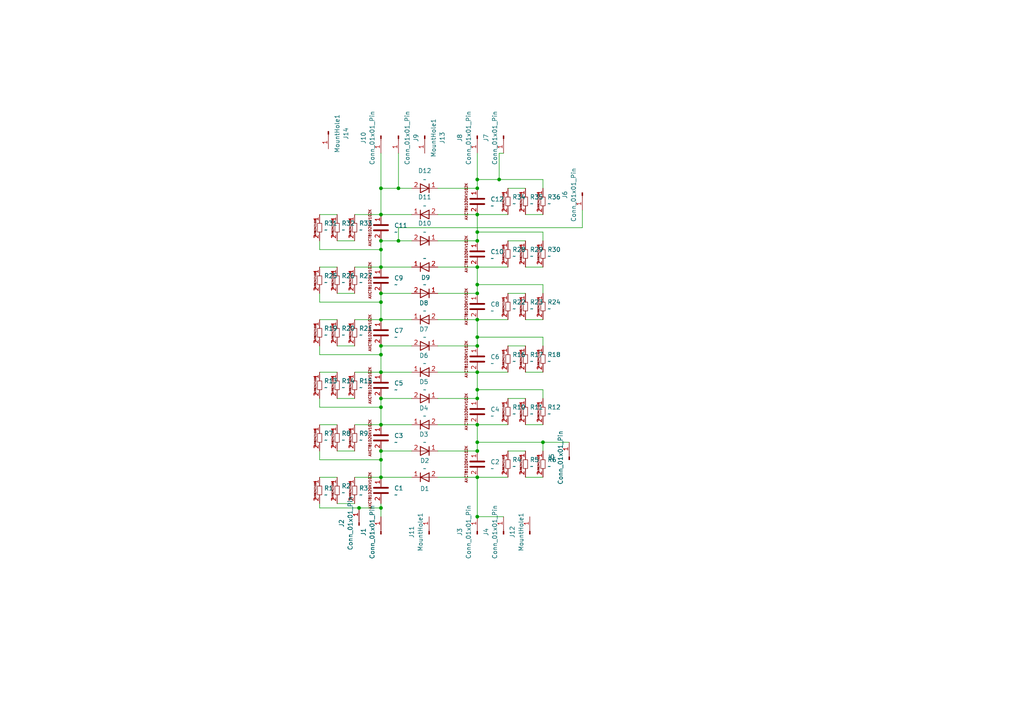
<source format=kicad_sch>
(kicad_sch (version 20231120) (generator "eeschema") (generator_version "8.0")
  (paper "A4")
  (lib_symbols
    (symbol "Connector:Conn_01x01_Pin" (pin_names (offset 1.016) hide)
      (property "Reference" "J" (at 0 2.54 0))
      (property "Value" "Conn_01x01_Pin" (at 0 -2.54 0))
      (symbol "Conn_01x01_Pin_1_1"
        (polyline (pts (xy 1.27 0) (xy 0.8636 0)) (stroke (width 0.1524)))
        (rectangle (start 0.8636 0.127) (end 0 -0.127) (stroke (width 0.1524)) (fill (type outline)))
        (pin passive line (at 5.08 0 180) (length 3.81) (name "Pin_1") (number "1"))
      )
    )
    (symbol "Custom:2CL2FR/JB289/MT100F35"
      (property "Reference" "D" (at 0 0 0))
      (symbol "2CL2FR/JB289/MT100F35_0_1"
        (polyline (pts (xy -1.27 1.27) (xy -1.27 -1.27)) (stroke (width 0.254)))
        (polyline (pts (xy 1.27 0) (xy -1.27 0)))
        (polyline (pts (xy 1.27 1.27) (xy 1.27 -1.27) (xy -1.27 0) (xy 1.27 1.27)) (stroke (width 0.254)))
      )
      (symbol "2CL2FR/JB289/MT100F35_1_1"
        (pin passive line (at -3.81 0 0) (length 2.54) (name "") (number "1"))
        (pin passive line (at 3.81 0 180) (length 2.54) (name "") (number "2"))
      )
    )
    (symbol "Custom:AXCT81D20KV102K"
      (property "Reference" "C" (at 0 0 0))
      (symbol "AXCT81D20KV102K_0_1"
        (polyline (pts (xy -2.032 -0.762) (xy 2.032 -0.762)) (stroke (width 0.508)))
        (polyline (pts (xy -2.032 0.762) (xy 2.032 0.762)) (stroke (width 0.508)))
      )
      (symbol "AXCT81D20KV102K_1_1"
        (text "AXCT81D20KV102K" (at -3.175 0 900) (effects (font (size 0.762 0.762))))
        (pin passive line (at 0 3.81 270) (length 2.794) (name "~") (number "1"))
        (pin passive line (at 0 -3.81 90) (length 2.794) (name "~") (number "2"))
      )
    )
    (symbol "Custom:HVR82MZ1005"
      (property "Reference" "R" (at 0 0 0))
      (symbol "HVR82MZ1005_0_1"
        (polyline (pts (xy 0 1.27) (xy -0.635 1.27) (xy -0.635 -1.27) (xy 0.635 -1.27) (xy 0.635 1.27) (xy 0 1.27)))
      )
      (symbol "HVR82MZ1005_1_1"
        (text "HVR82MZ1005" (at -1.27 0 900) (effects (font (size 0.508 0.508))))
        (pin passive line (at 0 3.81 270) (length 2.54) (name "") (number "1"))
        (pin passive line (at 0 -3.81 90) (length 2.54) (name "") (number "2"))
      )
    )
  )
  (junction (at 138.43 54.61))
  (junction (at 115.57 54.61))
  (junction (at 110.49 100.33))
  (junction (at 110.49 118.11))
  (junction (at 157.48 128.27))
  (junction (at 110.49 147.32))
  (junction (at 110.49 133.35))
  (junction (at 138.43 67.31))
  (junction (at 110.49 138.43))
  (junction (at 110.49 92.71))
  (junction (at 138.43 115.57))
  (junction (at 144.78 52.07))
  (junction (at 138.43 149.86))
  (junction (at 110.49 123.19))
  (junction (at 110.49 130.81))
  (junction (at 115.57 69.85))
  (junction (at 110.49 85.09))
  (junction (at 138.43 107.95))
  (junction (at 138.43 130.81))
  (junction (at 104.14 147.32))
  (junction (at 138.43 92.71))
  (junction (at 138.43 123.19))
  (junction (at 138.43 62.23))
  (junction (at 110.49 115.57))
  (junction (at 138.43 85.09))
  (junction (at 110.49 72.39))
  (junction (at 138.43 100.33))
  (junction (at 110.49 87.63))
  (junction (at 110.49 77.47))
  (junction (at 138.43 128.27))
  (junction (at 138.43 97.79))
  (junction (at 110.49 69.85))
  (junction (at 110.49 54.61))
  (junction (at 138.43 52.07))
  (junction (at 110.49 107.95))
  (junction (at 138.43 138.43))
  (junction (at 138.43 69.85))
  (junction (at 110.49 102.87))
  (junction (at 110.49 62.23))
  (junction (at 138.43 113.03))
  (junction (at 138.43 77.47))
  (junction (at 138.43 82.55))
  (wire (pts (xy 110.49 107.95) (xy 119.38 107.95)))
  (wire (pts (xy 115.57 54.61) (xy 119.38 54.61)))
  (wire (pts (xy 138.43 123.19) (xy 138.43 128.27)))
  (wire (pts (xy 138.43 97.79) (xy 138.43 100.33)))
  (wire (pts (xy 127 100.33) (xy 138.43 100.33)))
  (wire (pts (xy 157.48 85.09) (xy 157.48 82.55)))
  (wire (pts (xy 138.43 52.07) (xy 138.43 54.61)))
  (wire (pts (xy 92.71 138.43) (xy 97.79 138.43)))
  (wire (pts (xy 138.43 92.71) (xy 138.43 97.79)))
  (wire (pts (xy 168.91 66.04) (xy 168.91 60.96)))
  (wire (pts (xy 157.48 54.61) (xy 157.48 52.07)))
  (wire (pts (xy 110.49 72.39) (xy 110.49 77.47)))
  (wire (pts (xy 168.91 66.04) (xy 115.57 66.04)))
  (wire (pts (xy 152.4 62.23) (xy 157.48 62.23)))
  (wire (pts (xy 110.49 115.57) (xy 110.49 118.11)))
  (wire (pts (xy 92.71 72.39) (xy 110.49 72.39)))
  (wire (pts (xy 152.4 123.19) (xy 157.48 123.19)))
  (wire (pts (xy 92.71 87.63) (xy 110.49 87.63)))
  (wire (pts (xy 119.38 115.57) (xy 110.49 115.57)))
  (wire (pts (xy 110.49 102.87) (xy 110.49 107.95)))
  (wire (pts (xy 92.71 118.11) (xy 110.49 118.11)))
  (wire (pts (xy 127 54.61) (xy 138.43 54.61)))
  (wire (pts (xy 110.49 118.11) (xy 110.49 123.19)))
  (wire (pts (xy 119.38 85.09) (xy 110.49 85.09)))
  (wire (pts (xy 102.87 62.23) (xy 110.49 62.23)))
  (wire (pts (xy 110.49 149.86) (xy 110.49 147.32)))
  (wire (pts (xy 92.71 69.85) (xy 92.71 72.39)))
  (wire (pts (xy 144.78 44.45) (xy 146.05 44.45)))
  (wire (pts (xy 110.49 77.47) (xy 119.38 77.47)))
  (wire (pts (xy 102.87 77.47) (xy 110.49 77.47)))
  (wire (pts (xy 127 92.71) (xy 138.43 92.71)))
  (wire (pts (xy 92.71 115.57) (xy 92.71 118.11)))
  (wire (pts (xy 127 130.81) (xy 138.43 130.81)))
  (wire (pts (xy 152.4 77.47) (xy 157.48 77.47)))
  (wire (pts (xy 102.87 123.19) (xy 110.49 123.19)))
  (wire (pts (xy 138.43 123.19) (xy 147.32 123.19)))
  (wire (pts (xy 127 115.57) (xy 138.43 115.57)))
  (wire (pts (xy 110.49 85.09) (xy 110.49 87.63)))
  (wire (pts (xy 147.32 130.81) (xy 152.4 130.81)))
  (wire (pts (xy 110.49 69.85) (xy 110.49 72.39)))
  (wire (pts (xy 97.79 100.33) (xy 102.87 100.33)))
  (wire (pts (xy 157.48 69.85) (xy 157.48 67.31)))
  (wire (pts (xy 152.4 138.43) (xy 157.48 138.43)))
  (wire (pts (xy 157.48 100.33) (xy 157.48 97.79)))
  (wire (pts (xy 147.32 115.57) (xy 152.4 115.57)))
  (wire (pts (xy 138.43 92.71) (xy 147.32 92.71)))
  (wire (pts (xy 147.32 85.09) (xy 152.4 85.09)))
  (wire (pts (xy 110.49 100.33) (xy 110.49 102.87)))
  (wire (pts (xy 138.43 67.31) (xy 138.43 69.85)))
  (wire (pts (xy 92.71 85.09) (xy 92.71 87.63)))
  (wire (pts (xy 115.57 44.45) (xy 115.57 54.61)))
  (wire (pts (xy 138.43 62.23) (xy 138.43 67.31)))
  (wire (pts (xy 97.79 130.81) (xy 102.87 130.81)))
  (wire (pts (xy 92.71 123.19) (xy 97.79 123.19)))
  (wire (pts (xy 138.43 128.27) (xy 157.48 128.27)))
  (wire (pts (xy 138.43 128.27) (xy 138.43 130.81)))
  (wire (pts (xy 127 69.85) (xy 138.43 69.85)))
  (wire (pts (xy 110.49 87.63) (xy 110.49 92.71)))
  (wire (pts (xy 138.43 107.95) (xy 138.43 113.03)))
  (wire (pts (xy 110.49 44.45) (xy 110.49 54.61)))
  (wire (pts (xy 92.71 100.33) (xy 92.71 102.87)))
  (wire (pts (xy 110.49 100.33) (xy 119.38 100.33)))
  (wire (pts (xy 138.43 138.43) (xy 147.32 138.43)))
  (wire (pts (xy 97.79 146.05) (xy 102.87 146.05)))
  (wire (pts (xy 127 62.23) (xy 138.43 62.23)))
  (wire (pts (xy 138.43 67.31) (xy 157.48 67.31)))
  (wire (pts (xy 127 138.43) (xy 138.43 138.43)))
  (wire (pts (xy 92.71 77.47) (xy 97.79 77.47)))
  (wire (pts (xy 127 107.95) (xy 138.43 107.95)))
  (wire (pts (xy 138.43 77.47) (xy 138.43 82.55)))
  (wire (pts (xy 138.43 82.55) (xy 138.43 85.09)))
  (wire (pts (xy 157.48 115.57) (xy 157.48 113.03)))
  (wire (pts (xy 110.49 123.19) (xy 119.38 123.19)))
  (wire (pts (xy 147.32 100.33) (xy 152.4 100.33)))
  (wire (pts (xy 138.43 107.95) (xy 147.32 107.95)))
  (wire (pts (xy 92.71 130.81) (xy 92.71 133.35)))
  (wire (pts (xy 92.71 102.87) (xy 110.49 102.87)))
  (wire (pts (xy 115.57 66.04) (xy 115.57 69.85)))
  (wire (pts (xy 138.43 97.79) (xy 157.48 97.79)))
  (wire (pts (xy 138.43 149.86) (xy 146.05 149.86)))
  (wire (pts (xy 110.49 133.35) (xy 110.49 138.43)))
  (wire (pts (xy 110.49 147.32) (xy 110.49 146.05)))
  (wire (pts (xy 92.71 146.05) (xy 92.71 147.32)))
  (wire (pts (xy 152.4 92.71) (xy 157.48 92.71)))
  (wire (pts (xy 138.43 113.03) (xy 157.48 113.03)))
  (wire (pts (xy 138.43 52.07) (xy 144.78 52.07)))
  (wire (pts (xy 138.43 113.03) (xy 138.43 115.57)))
  (wire (pts (xy 104.14 147.32) (xy 110.49 147.32)))
  (wire (pts (xy 92.71 107.95) (xy 97.79 107.95)))
  (wire (pts (xy 102.87 92.71) (xy 110.49 92.71)))
  (wire (pts (xy 102.87 138.43) (xy 110.49 138.43)))
  (wire (pts (xy 119.38 130.81) (xy 110.49 130.81)))
  (wire (pts (xy 127 85.09) (xy 138.43 85.09)))
  (wire (pts (xy 97.79 69.85) (xy 102.87 69.85)))
  (wire (pts (xy 92.71 133.35) (xy 110.49 133.35)))
  (wire (pts (xy 144.78 52.07) (xy 157.48 52.07)))
  (wire (pts (xy 138.43 82.55) (xy 157.48 82.55)))
  (wire (pts (xy 147.32 69.85) (xy 152.4 69.85)))
  (wire (pts (xy 138.43 44.45) (xy 138.43 52.07)))
  (wire (pts (xy 157.48 128.27) (xy 165.1 128.27)))
  (wire (pts (xy 110.49 62.23) (xy 119.38 62.23)))
  (wire (pts (xy 92.71 62.23) (xy 97.79 62.23)))
  (wire (pts (xy 127 123.19) (xy 138.43 123.19)))
  (wire (pts (xy 92.71 147.32) (xy 104.14 147.32)))
  (wire (pts (xy 110.49 138.43) (xy 119.38 138.43)))
  (wire (pts (xy 138.43 62.23) (xy 147.32 62.23)))
  (wire (pts (xy 147.32 54.61) (xy 152.4 54.61)))
  (wire (pts (xy 152.4 107.95) (xy 157.48 107.95)))
  (wire (pts (xy 110.49 54.61) (xy 115.57 54.61)))
  (wire (pts (xy 138.43 77.47) (xy 147.32 77.47)))
  (wire (pts (xy 102.87 107.95) (xy 110.49 107.95)))
  (wire (pts (xy 144.78 44.45) (xy 144.78 52.07)))
  (wire (pts (xy 138.43 138.43) (xy 138.43 149.86)))
  (wire (pts (xy 119.38 69.85) (xy 115.57 69.85)))
  (wire (pts (xy 127 77.47) (xy 138.43 77.47)))
  (wire (pts (xy 97.79 115.57) (xy 102.87 115.57)))
  (wire (pts (xy 157.48 130.81) (xy 157.48 128.27)))
  (wire (pts (xy 115.57 69.85) (xy 110.49 69.85)))
  (wire (pts (xy 110.49 62.23) (xy 110.49 54.61)))
  (wire (pts (xy 110.49 130.81) (xy 110.49 133.35)))
  (wire (pts (xy 110.49 92.71) (xy 119.38 92.71)))
  (wire (pts (xy 92.71 92.71) (xy 97.79 92.71)))
  (wire (pts (xy 97.79 85.09) (xy 102.87 85.09)))
  (symbol (lib_id "Custom:HVR82MZ1005") (at 92.71 127 0) (unit 1)
    (property "Reference" "R7" (at 93.98 125.7299 0) (effects (justify left)))
    (property "Value" "~" (at 93.98 127.635 0) (effects (justify left)))
    (property "Footprint" "Custom:HVR82MZ1005" (effects (hide yes)))
  )
  (symbol (lib_id "Custom:HVR82MZ1005") (at 97.79 111.76 0) (unit 1)
    (property "Reference" "R14" (at 99.06 110.4899 0) (effects (justify left)))
    (property "Value" "~" (at 99.06 112.395 0) (effects (justify left)))
    (property "Footprint" "Custom:HVR82MZ1005" (effects (hide yes)))
  )
  (symbol (lib_id "Connector:Conn_01x01_Pin") (at 95.25 38.1 270) (unit 1)
    (property "Reference" "J14" (at 100.33 38.735 0))
    (property "Value" "MountHole1" (at 97.79 38.735 0))
    (property "Footprint" "Custom:M3Hole" (effects (hide yes)))
    (property "Description" "Generic connector, single row, 01x01, script generated" (effects (hide yes)))
  )
  (symbol (lib_id "Custom:HVR82MZ1005") (at 152.4 73.66 0) (unit 1)
    (property "Reference" "R29" (at 153.67 72.3899 0) (effects (justify left)))
    (property "Value" "~" (at 153.67 74.295 0) (effects (justify left)))
    (property "Footprint" "Custom:HVR82MZ1005" (effects (hide yes)))
  )
  (symbol (lib_id "Custom:HVR82MZ1005") (at 157.48 58.42 0) (unit 1)
    (property "Reference" "R36" (at 158.75 57.1499 0) (effects (justify left)))
    (property "Value" "~" (at 158.75 59.055 0) (effects (justify left)))
    (property "Footprint" "Custom:HVR82MZ1005" (effects (hide yes)))
  )
  (symbol (lib_id "Connector:Conn_01x01_Pin") (at 153.67 154.94 90) (unit 1)
    (property "Reference" "J12" (at 148.59 154.305 0))
    (property "Value" "MountHole1" (at 151.13 154.305 0))
    (property "Footprint" "Custom:M3Hole" (effects (hide yes)))
    (property "Description" "Generic connector, single row, 01x01, script generated" (effects (hide yes)))
  )
  (symbol (lib_id "Custom:HVR82MZ1005") (at 102.87 66.04 0) (unit 1)
    (property "Reference" "R33" (at 104.14 64.7699 0) (effects (justify left)))
    (property "Value" "~" (at 104.14 66.675 0) (effects (justify left)))
    (property "Footprint" "Custom:HVR82MZ1005" (effects (hide yes)))
  )
  (symbol (lib_id "Connector:Conn_01x01_Pin") (at 123.19 39.37 270) (unit 1)
    (property "Reference" "J13" (at 128.27 40.005 0))
    (property "Value" "MountHole1" (at 125.73 40.005 0))
    (property "Footprint" "Custom:M3Hole" (effects (hide yes)))
    (property "Description" "Generic connector, single row, 01x01, script generated" (effects (hide yes)))
  )
  (symbol (lib_id "Custom:HVR82MZ1005") (at 102.87 111.76 0) (unit 1)
    (property "Reference" "R15" (at 104.14 110.4899 0) (effects (justify left)))
    (property "Value" "~" (at 104.14 112.395 0) (effects (justify left)))
    (property "Footprint" "Custom:HVR82MZ1005" (effects (hide yes)))
  )
  (symbol (lib_id "Custom:AXCT81D20KV102K") (at 138.43 88.9 0) (unit 1)
    (property "Reference" "C8" (at 142.24 88.2649 0) (effects (justify left)))
    (property "Value" "~" (at 142.24 90.17 0) (effects (justify left)))
    (property "Footprint" "Custom:AXCT81D20KV102K" (effects (hide yes)))
  )
  (symbol (lib_id "Custom:HVR82MZ1005") (at 157.48 88.9 0) (unit 1)
    (property "Reference" "R24" (at 158.75 87.6299 0) (effects (justify left)))
    (property "Value" "~" (at 158.75 89.535 0) (effects (justify left)))
    (property "Footprint" "Custom:HVR82MZ1005" (effects (hide yes)))
  )
  (symbol (lib_id "Custom:HVR82MZ1005") (at 102.87 127 0) (unit 1)
    (property "Reference" "R9" (at 104.14 125.7299 0) (effects (justify left)))
    (property "Value" "~" (at 104.14 127.635 0) (effects (justify left)))
    (property "Footprint" "Custom:HVR82MZ1005" (effects (hide yes)))
  )
  (symbol (lib_id "Custom:AXCT81D20KV102K") (at 138.43 104.14 0) (unit 1)
    (property "Reference" "C6" (at 142.24 103.5049 0) (effects (justify left)))
    (property "Value" "~" (at 142.24 105.41 0) (effects (justify left)))
    (property "Footprint" "Custom:AXCT81D20KV102K" (effects (hide yes)))
  )
  (symbol (lib_id "Custom:2CL2FR/JB289/MT100F35") (at 123.19 115.57 0) (mirror y) (unit 1)
    (property "Reference" "D4" (at 122.936 118.364 0))
    (property "Value" "~" (at 123.19 113.03 0))
    (property "Footprint" "Custom:2CL2FR_JB289_MT100F35" (effects (hide yes)))
  )
  (symbol (lib_id "Custom:HVR82MZ1005") (at 102.87 81.28 0) (unit 1)
    (property "Reference" "R27" (at 104.14 80.0099 0) (effects (justify left)))
    (property "Value" "~" (at 104.14 81.915 0) (effects (justify left)))
    (property "Footprint" "Custom:HVR82MZ1005" (effects (hide yes)))
  )
  (symbol (lib_id "Custom:HVR82MZ1005") (at 152.4 88.9 0) (unit 1)
    (property "Reference" "R23" (at 153.67 87.6299 0) (effects (justify left)))
    (property "Value" "~" (at 153.67 89.535 0) (effects (justify left)))
    (property "Footprint" "Custom:HVR82MZ1005" (effects (hide yes)))
  )
  (symbol (lib_id "Custom:HVR82MZ1005") (at 147.32 119.38 0) (unit 1)
    (property "Reference" "R10" (at 148.59 118.1099 0) (effects (justify left)))
    (property "Value" "~" (at 148.59 120.015 0) (effects (justify left)))
    (property "Footprint" "Custom:HVR82MZ1005" (effects (hide yes)))
  )
  (symbol (lib_id "Custom:HVR82MZ1005") (at 147.32 88.9 0) (unit 1)
    (property "Reference" "R22" (at 148.59 87.6299 0) (effects (justify left)))
    (property "Value" "~" (at 148.59 89.535 0) (effects (justify left)))
    (property "Footprint" "Custom:HVR82MZ1005" (effects (hide yes)))
  )
  (symbol (lib_id "Custom:2CL2FR/JB289/MT100F35") (at 123.19 100.33 0) (mirror y) (unit 1)
    (property "Reference" "D6" (at 122.936 103.124 0))
    (property "Value" "~" (at 123.19 97.79 0))
    (property "Footprint" "Custom:2CL2FR_JB289_MT100F35" (effects (hide yes)))
  )
  (symbol (lib_id "Custom:HVR82MZ1005") (at 92.71 81.28 0) (unit 1)
    (property "Reference" "R25" (at 93.98 80.0099 0) (effects (justify left)))
    (property "Value" "~" (at 93.98 81.915 0) (effects (justify left)))
    (property "Footprint" "Custom:HVR82MZ1005" (effects (hide yes)))
  )
  (symbol (lib_id "Custom:HVR82MZ1005") (at 97.79 66.04 0) (unit 1)
    (property "Reference" "R32" (at 99.06 64.7699 0) (effects (justify left)))
    (property "Value" "~" (at 99.06 66.675 0) (effects (justify left)))
    (property "Footprint" "Custom:HVR82MZ1005" (effects (hide yes)))
  )
  (symbol (lib_id "Connector:Conn_01x01_Pin") (at 165.1 133.35 90) (unit 1)
    (property "Reference" "J5" (at 160.02 132.715 0))
    (property "Value" "Conn_01x01_Pin" (at 162.56 132.715 0))
    (property "Footprint" "Custom:VersatilePad" (effects (hide yes)))
    (property "Description" "Generic connector, single row, 01x01, script generated" (effects (hide yes)))
  )
  (symbol (lib_id "Connector:Conn_01x01_Pin") (at 168.91 55.88 90) (mirror x) (unit 1)
    (property "Reference" "J6" (at 163.83 56.515 0))
    (property "Value" "Conn_01x01_Pin" (at 166.37 56.515 0))
    (property "Footprint" "Custom:VersatilePad" (effects (hide yes)))
    (property "Description" "Generic connector, single row, 01x01, script generated" (effects (hide yes)))
  )
  (symbol (lib_id "Custom:HVR82MZ1005") (at 152.4 104.14 0) (unit 1)
    (property "Reference" "R17" (at 153.67 102.8699 0) (effects (justify left)))
    (property "Value" "~" (at 153.67 104.775 0) (effects (justify left)))
    (property "Footprint" "Custom:HVR82MZ1005" (effects (hide yes)))
  )
  (symbol (lib_id "Custom:HVR82MZ1005") (at 152.4 134.62 0) (unit 1)
    (property "Reference" "R5" (at 153.67 133.3499 0) (effects (justify left)))
    (property "Value" "~" (at 153.67 135.255 0) (effects (justify left)))
    (property "Footprint" "Custom:HVR82MZ1005" (effects (hide yes)))
  )
  (symbol (lib_id "Custom:2CL2FR/JB289/MT100F35") (at 123.19 62.23 0) (unit 1)
    (property "Reference" "D11" (at 123.19 57.15 0))
    (property "Value" "~" (at 123.19 59.69 0))
    (property "Footprint" "Custom:2CL2FR_JB289_MT100F35" (effects (hide yes)))
  )
  (symbol (lib_id "Custom:AXCT81D20KV102K") (at 110.49 127 0) (unit 1)
    (property "Reference" "C3" (at 114.3 126.3649 0) (effects (justify left)))
    (property "Value" "~" (at 114.3 128.27 0) (effects (justify left)))
    (property "Footprint" "Custom:AXCT81D20KV102K" (effects (hide yes)))
  )
  (symbol (lib_id "Custom:HVR82MZ1005") (at 147.32 134.62 0) (unit 1)
    (property "Reference" "R4" (at 148.59 133.3499 0) (effects (justify left)))
    (property "Value" "~" (at 148.59 135.255 0) (effects (justify left)))
    (property "Footprint" "Custom:HVR82MZ1005" (effects (hide yes)))
  )
  (symbol (lib_id "Custom:AXCT81D20KV102K") (at 138.43 134.62 0) (unit 1)
    (property "Reference" "C2" (at 142.24 133.9849 0) (effects (justify left)))
    (property "Value" "~" (at 142.24 135.89 0) (effects (justify left)))
    (property "Footprint" "Custom:AXCT81D20KV102K" (effects (hide yes)))
  )
  (symbol (lib_id "Custom:HVR82MZ1005") (at 92.71 142.24 0) (unit 1)
    (property "Reference" "R1" (at 93.98 141.6049 0) (effects (justify left)))
    (property "Value" "~" (at 93.98 143.51 0) (effects (justify left)))
    (property "Footprint" "Custom:HVR82MZ1005" (effects (hide yes)))
  )
  (symbol (lib_id "Custom:2CL2FR/JB289/MT100F35") (at 123.19 138.43 0) (unit 1)
    (property "Reference" "D1" (at 123.19 141.732 0))
    (property "Value" "~" (at 123.19 135.89 0))
    (property "Footprint" "Custom:2CL2FR_JB289_MT100F35" (effects (hide yes)))
  )
  (symbol (lib_id "Custom:HVR82MZ1005") (at 147.32 73.66 0) (unit 1)
    (property "Reference" "R28" (at 148.59 72.3899 0) (effects (justify left)))
    (property "Value" "~" (at 148.59 74.295 0) (effects (justify left)))
    (property "Footprint" "Custom:HVR82MZ1005" (effects (hide yes)))
  )
  (symbol (lib_id "Connector:Conn_01x01_Pin") (at 104.14 152.4 90) (unit 1)
    (property "Reference" "J2" (at 99.06 151.765 0))
    (property "Value" "Conn_01x01_Pin" (at 101.6 151.765 0))
    (property "Footprint" "Custom:VersatilePad" (effects (hide yes)))
    (property "Description" "Generic connector, single row, 01x01, script generated" (effects (hide yes)))
  )
  (symbol (lib_id "Custom:HVR82MZ1005") (at 152.4 119.38 0) (unit 1)
    (property "Reference" "R11" (at 153.67 118.1099 0) (effects (justify left)))
    (property "Value" "~" (at 153.67 120.015 0) (effects (justify left)))
    (property "Footprint" "Custom:HVR82MZ1005" (effects (hide yes)))
  )
  (symbol (lib_id "Custom:AXCT81D20KV102K") (at 110.49 111.76 0) (unit 1)
    (property "Reference" "C5" (at 114.3 111.1249 0) (effects (justify left)))
    (property "Value" "~" (at 114.3 113.03 0) (effects (justify left)))
    (property "Footprint" "Custom:AXCT81D20KV102K" (effects (hide yes)))
  )
  (symbol (lib_id "Custom:2CL2FR/JB289/MT100F35") (at 123.19 123.19 0) (unit 1)
    (property "Reference" "D3" (at 122.936 125.984 0))
    (property "Value" "~" (at 123.19 120.65 0))
    (property "Footprint" "Custom:2CL2FR_JB289_MT100F35" (effects (hide yes)))
  )
  (symbol (lib_id "Custom:HVR82MZ1005") (at 157.48 104.14 0) (unit 1)
    (property "Reference" "R18" (at 158.75 102.8699 0) (effects (justify left)))
    (property "Value" "~" (at 158.75 104.775 0) (effects (justify left)))
    (property "Footprint" "Custom:HVR82MZ1005" (effects (hide yes)))
  )
  (symbol (lib_id "Custom:HVR82MZ1005") (at 157.48 119.38 0) (unit 1)
    (property "Reference" "R12" (at 158.75 118.1099 0) (effects (justify left)))
    (property "Value" "~" (at 158.75 120.015 0) (effects (justify left)))
    (property "Footprint" "Custom:HVR82MZ1005" (effects (hide yes)))
  )
  (symbol (lib_id "Custom:AXCT81D20KV102K") (at 138.43 119.38 0) (unit 1)
    (property "Reference" "C4" (at 142.24 118.7449 0) (effects (justify left)))
    (property "Value" "~" (at 142.24 120.65 0) (effects (justify left)))
    (property "Footprint" "Custom:AXCT81D20KV102K" (effects (hide yes)))
  )
  (symbol (lib_id "Connector:Conn_01x01_Pin") (at 115.57 39.37 270) (unit 1)
    (property "Reference" "J9" (at 120.65 40.005 0))
    (property "Value" "Conn_01x01_Pin" (at 118.11 40.005 0))
    (property "Footprint" "Custom:VersatilePad" (effects (hide yes)))
    (property "Description" "Generic connector, single row, 01x01, script generated" (effects (hide yes)))
  )
  (symbol (lib_id "Custom:AXCT81D20KV102K") (at 110.49 142.24 0) (unit 1)
    (property "Reference" "C1" (at 114.3 141.6049 0) (effects (justify left)))
    (property "Value" "~" (at 114.3 143.51 0) (effects (justify left)))
    (property "Footprint" "Custom:AXCT81D20KV102K" (effects (hide yes)))
  )
  (symbol (lib_id "Custom:AXCT81D20KV102K") (at 110.49 81.28 0) (unit 1)
    (property "Reference" "C9" (at 114.3 80.6449 0) (effects (justify left)))
    (property "Value" "~" (at 114.3 82.55 0) (effects (justify left)))
    (property "Footprint" "Custom:AXCT81D20KV102K" (effects (hide yes)))
  )
  (symbol (lib_id "Connector:Conn_01x01_Pin") (at 110.49 39.37 90) (mirror x) (unit 1)
    (property "Reference" "J10" (at 105.41 40.005 0))
    (property "Value" "Conn_01x01_Pin" (at 107.95 40.005 0))
    (property "Footprint" "Custom:VersatilePad" (effects (hide yes)))
    (property "Description" "Generic connector, single row, 01x01, script generated" (effects (hide yes)))
  )
  (symbol (lib_id "Custom:HVR82MZ1005") (at 92.71 96.52 0) (unit 1)
    (property "Reference" "R19" (at 93.98 95.2499 0) (effects (justify left)))
    (property "Value" "~" (at 93.98 97.155 0) (effects (justify left)))
    (property "Footprint" "Custom:HVR82MZ1005" (effects (hide yes)))
  )
  (symbol (lib_id "Custom:2CL2FR/JB289/MT100F35") (at 123.19 92.71 0) (unit 1)
    (property "Reference" "D7" (at 122.936 95.504 0))
    (property "Value" "~" (at 123.19 90.17 0))
    (property "Footprint" "Custom:2CL2FR_JB289_MT100F35" (effects (hide yes)))
  )
  (symbol (lib_id "Custom:HVR82MZ1005") (at 157.48 134.62 0) (unit 1)
    (property "Reference" "R6" (at 158.75 133.3499 0) (effects (justify left)))
    (property "Value" "~" (at 158.75 135.255 0) (effects (justify left)))
    (property "Footprint" "Custom:HVR82MZ1005" (effects (hide yes)))
  )
  (symbol (lib_id "Custom:2CL2FR/JB289/MT100F35") (at 123.19 130.81 0) (mirror y) (unit 1)
    (property "Reference" "D2" (at 123.19 133.604 0))
    (property "Value" "~" (at 123.19 128.27 0))
    (property "Footprint" "Custom:2CL2FR_JB289_MT100F35" (effects (hide yes)))
  )
  (symbol (lib_id "Custom:HVR82MZ1005") (at 92.71 66.04 0) (unit 1)
    (property "Reference" "R31" (at 93.98 64.7699 0) (effects (justify left)))
    (property "Value" "~" (at 93.98 66.675 0) (effects (justify left)))
    (property "Footprint" "Custom:HVR82MZ1005" (effects (hide yes)))
  )
  (symbol (lib_id "Custom:2CL2FR/JB289/MT100F35") (at 123.19 77.47 0) (unit 1)
    (property "Reference" "D9" (at 123.444 80.518 0))
    (property "Value" "~" (at 123.19 74.93 0))
    (property "Footprint" "Custom:2CL2FR_JB289_MT100F35" (effects (hide yes)))
  )
  (symbol (lib_id "Custom:HVR82MZ1005") (at 97.79 81.28 0) (unit 1)
    (property "Reference" "R26" (at 99.06 80.0099 0) (effects (justify left)))
    (property "Value" "~" (at 99.06 81.915 0) (effects (justify left)))
    (property "Footprint" "Custom:HVR82MZ1005" (effects (hide yes)))
  )
  (symbol (lib_id "Custom:HVR82MZ1005") (at 97.79 142.24 0) (unit 1)
    (property "Reference" "R2" (at 99.06 140.9699 0) (effects (justify left)))
    (property "Value" "~" (at 99.06 142.875 0) (effects (justify left)))
    (property "Footprint" "Custom:HVR82MZ1005" (effects (hide yes)))
  )
  (symbol (lib_id "Custom:HVR82MZ1005") (at 97.79 127 0) (unit 1)
    (property "Reference" "R8" (at 99.06 125.7299 0) (effects (justify left)))
    (property "Value" "~" (at 99.06 127.635 0) (effects (justify left)))
    (property "Footprint" "Custom:HVR82MZ1005" (effects (hide yes)))
  )
  (symbol (lib_id "Connector:Conn_01x01_Pin") (at 138.43 154.94 90) (unit 1)
    (property "Reference" "J3" (at 133.35 154.305 0))
    (property "Value" "Conn_01x01_Pin" (at 135.89 154.305 0))
    (property "Footprint" "Custom:VersatilePad" (effects (hide yes)))
    (property "Description" "Generic connector, single row, 01x01, script generated" (effects (hide yes)))
  )
  (symbol (lib_id "Custom:HVR82MZ1005") (at 102.87 142.24 0) (unit 1)
    (property "Reference" "R3" (at 104.14 141.6049 0) (effects (justify left)))
    (property "Value" "~" (at 104.14 143.51 0) (effects (justify left)))
    (property "Footprint" "Custom:HVR82MZ1005" (effects (hide yes)))
  )
  (symbol (lib_id "Custom:2CL2FR/JB289/MT100F35") (at 123.19 107.95 0) (unit 1)
    (property "Reference" "D5" (at 122.936 110.744 0))
    (property "Value" "~" (at 123.19 105.41 0))
    (property "Footprint" "Custom:2CL2FR_JB289_MT100F35" (effects (hide yes)))
  )
  (symbol (lib_id "Custom:AXCT81D20KV102K") (at 138.43 58.42 0) (unit 1)
    (property "Reference" "C12" (at 142.24 57.7849 0) (effects (justify left)))
    (property "Value" "~" (at 142.24 59.69 0) (effects (justify left)))
    (property "Footprint" "Custom:AXCT81D20KV102K" (effects (hide yes)))
  )
  (symbol (lib_id "Connector:Conn_01x01_Pin") (at 138.43 39.37 90) (mirror x) (unit 1)
    (property "Reference" "J8" (at 133.35 40.005 0))
    (property "Value" "Conn_01x01_Pin" (at 135.89 40.005 0))
    (property "Footprint" "Custom:VersatilePad" (effects (hide yes)))
    (property "Description" "Generic connector, single row, 01x01, script generated" (effects (hide yes)))
  )
  (symbol (lib_id "Custom:HVR82MZ1005") (at 147.32 58.42 0) (unit 1)
    (property "Reference" "R34" (at 148.59 57.1499 0) (effects (justify left)))
    (property "Value" "~" (at 148.59 59.055 0) (effects (justify left)))
    (property "Footprint" "Custom:HVR82MZ1005" (effects (hide yes)))
  )
  (symbol (lib_id "Custom:AXCT81D20KV102K") (at 138.43 73.66 0) (unit 1)
    (property "Reference" "C10" (at 142.24 73.0249 0) (effects (justify left)))
    (property "Value" "~" (at 142.24 74.93 0) (effects (justify left)))
    (property "Footprint" "Custom:AXCT81D20KV102K" (effects (hide yes)))
  )
  (symbol (lib_id "Connector:Conn_01x01_Pin") (at 146.05 154.94 90) (unit 1)
    (property "Reference" "J4" (at 140.97 154.305 0))
    (property "Value" "Conn_01x01_Pin" (at 143.51 154.305 0))
    (property "Footprint" "Custom:VersatilePad" (effects (hide yes)))
    (property "Description" "Generic connector, single row, 01x01, script generated" (effects (hide yes)))
  )
  (symbol (lib_id "Custom:2CL2FR/JB289/MT100F35") (at 123.19 85.09 0) (mirror y) (unit 1)
    (property "Reference" "D8" (at 122.936 87.884 0))
    (property "Value" "~" (at 123.19 82.55 0))
    (property "Footprint" "Custom:2CL2FR_JB289_MT100F35" (effects (hide yes)))
  )
  (symbol (lib_id "Connector:Conn_01x01_Pin") (at 124.46 154.94 90) (unit 1)
    (property "Reference" "J11" (at 119.38 154.305 0))
    (property "Value" "MountHole1" (at 121.92 154.305 0))
    (property "Footprint" "Custom:M3Hole" (effects (hide yes)))
    (property "Description" "Generic connector, single row, 01x01, script generated" (effects (hide yes)))
  )
  (symbol (lib_id "Custom:AXCT81D20KV102K") (at 110.49 96.52 0) (unit 1)
    (property "Reference" "C7" (at 114.3 95.8849 0) (effects (justify left)))
    (property "Value" "~" (at 114.3 97.79 0) (effects (justify left)))
    (property "Footprint" "Custom:AXCT81D20KV102K" (effects (hide yes)))
  )
  (symbol (lib_id "Connector:Conn_01x01_Pin") (at 110.49 154.94 90) (unit 1)
    (property "Reference" "J1" (at 105.41 154.305 0))
    (property "Value" "Conn_01x01_Pin" (at 107.95 154.305 0))
    (property "Footprint" "Custom:VersatilePad" (effects (hide yes)))
    (property "Description" "Generic connector, single row, 01x01, script generated" (effects (hide yes)))
  )
  (symbol (lib_id "Custom:HVR82MZ1005") (at 157.48 73.66 0) (unit 1)
    (property "Reference" "R30" (at 158.75 72.3899 0) (effects (justify left)))
    (property "Value" "~" (at 158.75 74.295 0) (effects (justify left)))
    (property "Footprint" "Custom:HVR82MZ1005" (effects (hide yes)))
  )
  (symbol (lib_id "Custom:HVR82MZ1005") (at 152.4 58.42 0) (unit 1)
    (property "Reference" "R35" (at 153.67 57.1499 0) (effects (justify left)))
    (property "Value" "~" (at 153.67 59.055 0) (effects (justify left)))
    (property "Footprint" "Custom:HVR82MZ1005" (effects (hide yes)))
  )
  (symbol (lib_id "Custom:HVR82MZ1005") (at 92.71 111.76 0) (unit 1)
    (property "Reference" "R13" (at 93.98 110.4899 0) (effects (justify left)))
    (property "Value" "~" (at 93.98 112.395 0) (effects (justify left)))
    (property "Footprint" "Custom:HVR82MZ1005" (effects (hide yes)))
  )
  (symbol (lib_id "Connector:Conn_01x01_Pin") (at 146.05 39.37 90) (mirror x) (unit 1)
    (property "Reference" "J7" (at 140.97 40.005 0))
    (property "Value" "Conn_01x01_Pin" (at 143.51 40.005 0))
    (property "Footprint" "Custom:VersatilePad" (effects (hide yes)))
    (property "Description" "Generic connector, single row, 01x01, script generated" (effects (hide yes)))
  )
  (symbol (lib_id "Custom:2CL2FR/JB289/MT100F35") (at 123.19 69.85 0) (mirror y) (unit 1)
    (property "Reference" "D10" (at 123.19 64.77 0))
    (property "Value" "~" (at 123.19 67.31 0))
    (property "Footprint" "Custom:2CL2FR_JB289_MT100F35" (effects (hide yes)))
  )
  (symbol (lib_id "Custom:HVR82MZ1005") (at 102.87 96.52 0) (unit 1)
    (property "Reference" "R21" (at 104.14 95.2499 0) (effects (justify left)))
    (property "Value" "~" (at 104.14 97.155 0) (effects (justify left)))
    (property "Footprint" "Custom:HVR82MZ1005" (effects (hide yes)))
  )
  (symbol (lib_id "Custom:AXCT81D20KV102K") (at 110.49 66.04 0) (unit 1)
    (property "Reference" "C11" (at 114.3 65.4049 0) (effects (justify left)))
    (property "Value" "~" (at 114.3 67.31 0) (effects (justify left)))
    (property "Footprint" "Custom:AXCT81D20KV102K" (effects (hide yes)))
  )
  (symbol (lib_id "Custom:2CL2FR/JB289/MT100F35") (at 123.19 54.61 0) (mirror y) (unit 1)
    (property "Reference" "D12" (at 123.19 49.53 0))
    (property "Value" "~" (at 123.19 52.07 0))
    (property "Footprint" "Custom:2CL2FR_JB289_MT100F35" (effects (hide yes)))
  )
  (symbol (lib_id "Custom:HVR82MZ1005") (at 97.79 96.52 0) (unit 1)
    (property "Reference" "R20" (at 99.06 95.2499 0) (effects (justify left)))
    (property "Value" "~" (at 99.06 97.155 0) (effects (justify left)))
    (property "Footprint" "Custom:HVR82MZ1005" (effects (hide yes)))
  )
  (symbol (lib_id "Custom:HVR82MZ1005") (at 147.32 104.14 0) (unit 1)
    (property "Reference" "R16" (at 148.59 102.8699 0) (effects (justify left)))
    (property "Value" "~" (at 148.59 104.775 0) (effects (justify left)))
    (property "Footprint" "Custom:HVR82MZ1005" (effects (hide yes)))
  )
)
</source>
